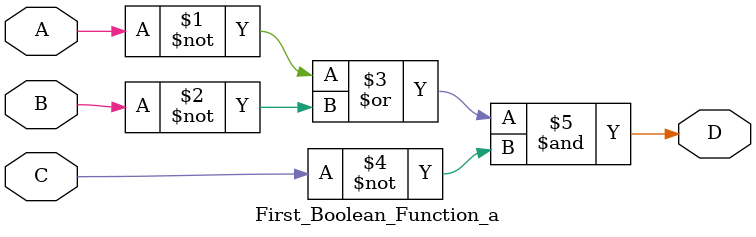
<source format=v>
`timescale 1ns / 1ps

module First_Boolean_Function_a(
    input A,
    input B,
    input C,
    output D
    );
    
    assign D = ((~A) | (~B)) & (~C);
endmodule
</source>
